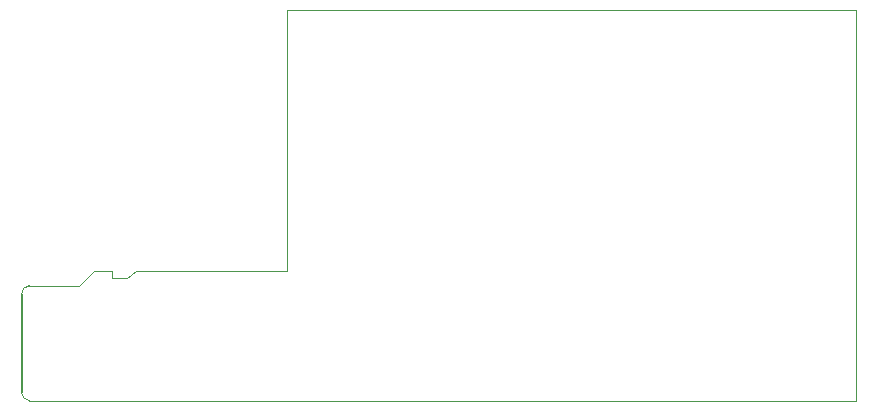
<source format=gbr>
G04 #@! TF.FileFunction,Profile,NP*
%FSLAX46Y46*%
G04 Gerber Fmt 4.6, Leading zero omitted, Abs format (unit mm)*
G04 Created by KiCad (PCBNEW 4.0.5+dfsg1-4) date Sat Sep  9 17:34:41 2017*
%MOMM*%
%LPD*%
G01*
G04 APERTURE LIST*
%ADD10C,0.100000*%
G04 APERTURE END LIST*
D10*
X185000000Y-113080000D02*
X185000000Y-80000000D01*
X136750000Y-113080000D02*
X185000000Y-113080000D01*
X127890000Y-113080000D02*
X136740000Y-113080000D01*
X136820000Y-80000000D02*
X185000000Y-80000000D01*
X136820000Y-102080000D02*
X136820000Y-80000000D01*
X127890000Y-102080000D02*
X136820000Y-102080000D01*
X115067845Y-113079967D02*
G75*
G02X114367845Y-112379967I0J700000D01*
G01*
X114367845Y-104048811D02*
G75*
G02X115067845Y-103348811I700000J0D01*
G01*
X114367845Y-112379967D02*
X114367845Y-104048811D01*
X115067845Y-113079967D02*
X127883038Y-113079967D01*
X119257073Y-103348811D02*
X115067845Y-103348811D01*
X120548559Y-102067935D02*
X119257073Y-103348811D01*
X121999196Y-102067935D02*
X120548559Y-102067935D01*
X122004600Y-102724221D02*
X121999196Y-102067935D01*
X123317250Y-102724221D02*
X122004600Y-102724221D01*
X124101146Y-102078810D02*
X123317250Y-102724221D01*
X124101146Y-102078810D02*
X127883038Y-102078810D01*
X114984219Y-113079968D02*
G75*
G02X114371120Y-112380843I92061J699125D01*
G01*
X114371125Y-104050455D02*
X114371120Y-112380843D01*
X114371126Y-104050454D02*
G75*
G02X114984219Y-103348811I705154J2519D01*
G01*
X119257073Y-103348811D02*
X114984219Y-103348811D01*
X120548559Y-102067935D02*
X119257073Y-103348811D01*
X121999196Y-102067935D02*
X120548559Y-102067935D01*
X123317250Y-102724221D02*
X122373801Y-102724221D01*
X124101146Y-102078810D02*
X123317250Y-102724221D01*
X127883038Y-102078810D02*
X124101146Y-102078810D01*
X114984219Y-113079967D02*
X127883038Y-113079967D01*
M02*

</source>
